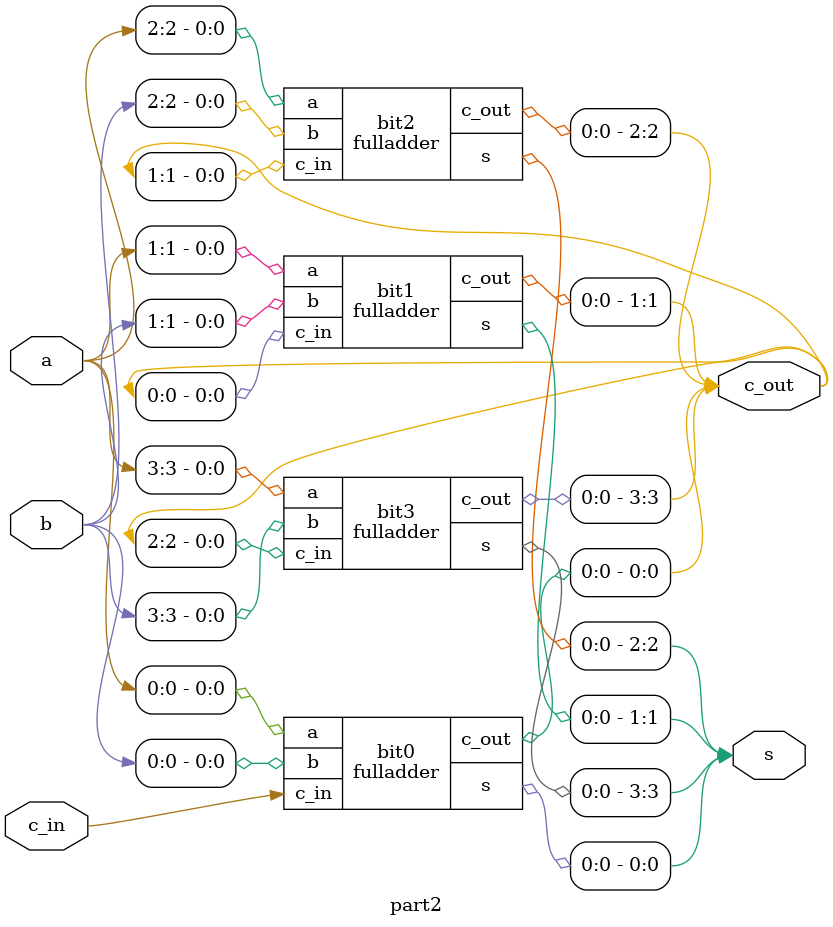
<source format=v>

module top (SW, LEDR);

	input [9:0] SW;
	output [9:0] LEDR;
	wire [3:0] w1;
	
	assign LEDR[9] = w1[3];

   part2 u1(.a(SW[7:4]), .b(SW[3:0]), .c_in(SW[8]), .c_out(w1), .s(LEDR[3:0]));

endmodule // top

// module for full adder subcircuit 
module fulladder (a, b, c_in, s, c_out);
    input a, b, c_in;
    output s, c_out;

    assign s = a ^ b ^ c_in;
    assign c_out = ((a ^ b) & c_in) | (a & b);

endmodule // fulladder 

// module instantiating four instances of full adder
module part2(a, b, c_in, s, c_out);
    input [3:0] a, b;
    input c_in;
    output [3:0] s, c_out;

    fulladder bit0 (a[0], b[0], c_in, s[0], c_out[0]);
    fulladder bit1 (a[1], b[1], c_out[0], s[1], c_out[1]);
    fulladder bit2 (a[2], b[2], c_out[1], s[2], c_out[2]);
    fulladder bit3 (a[3], b[3], c_out[2], s[3], c_out[3]);

endmodule // part2

</source>
